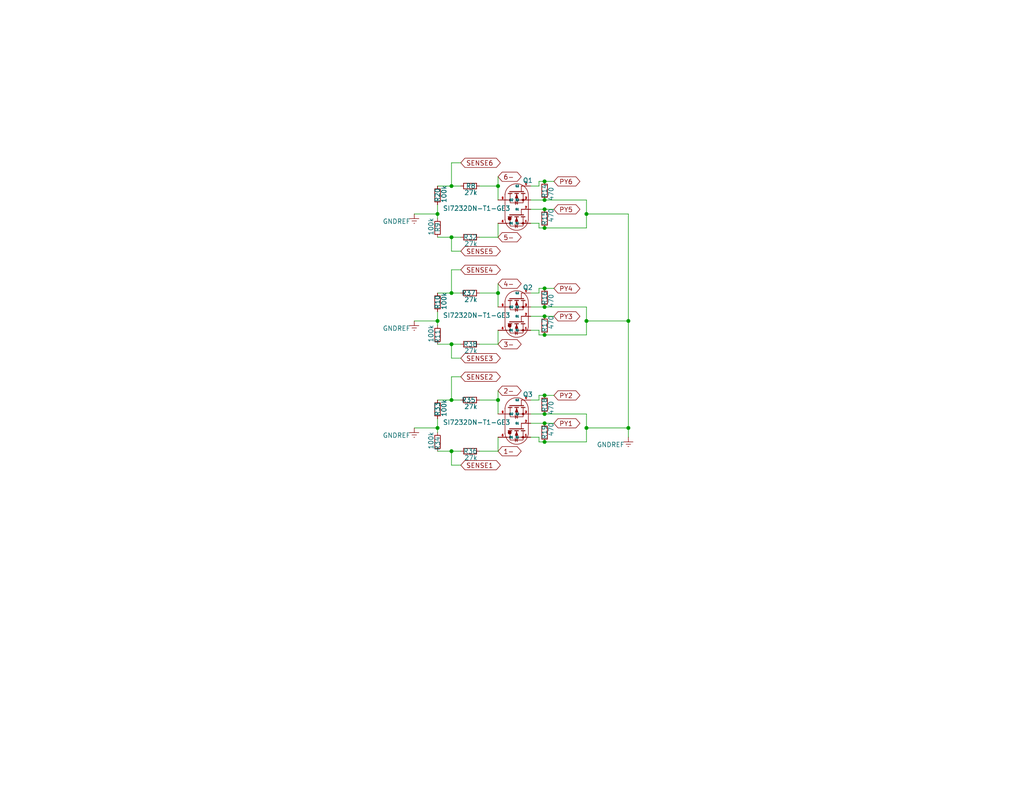
<source format=kicad_sch>
(kicad_sch (version 20250114) (generator "eeschema") (generator_version "9.0")
  (paper "USLetter")
  (title_block (title "WINTER Pyro Channels") (date "2025-08-28") (rev "4-Dev") (company "SparrowTheNerd"))
  (lib_symbols
    (symbol "Device:R_Small" (pin_numbers (hide yes)) (pin_names (offset 0.254) (hide yes))
      (property "Reference" "R" (at 0 0 90))
      (property "Value" "R_Small" (at 1.778 0 90))
      (symbol "R_Small_0_1"
        (rectangle (start -0.762 1.778) (end 0.762 -1.778) (stroke (width 0.2032)))
      )
      (symbol "R_Small_1_1"
        (pin passive line (at 0 2.54 270) (length 0.762) (name "~") (number "1"))
        (pin passive line (at 0 -2.54 90) (length 0.762) (name "~") (number "2"))
      )
    )
    (symbol "WINTER_components:SI7232DN-T1-GE3"
      (property "Reference" "Q" (at 4.064 5.334 0))
      (symbol "SI7232DN-T1-GE3_0_1"
        (polyline (pts (xy -0.7591 4.2105) (xy -0.3781 3.5755) (xy -1.1401 3.5755) (xy -0.7591 4.2105)))
        (polyline (pts (xy -0.2511 4.3375) (xy -0.3781 4.2105) (xy -1.1401 4.2105) (xy -1.2671 4.0835)))
        (polyline (pts (xy 0.0001 6.2634) (xy 0.0001 5.5014)))
        (circle (center 0.0029 5.6075) (radius 0.254) (fill (type outline)))
        (circle (center 0.0029 2.0515) (radius 0.254) (fill (type outline)))
        (polyline (pts (xy 0.0029 1.2895) (xy 0.0029 3.8295) (xy 1.7809 3.8295)))
        (arc (start 1.27 5.715) (mid 1.27 5.715) (end 1.27 5.715) (stroke (width 1)))
        (arc (start 1.0229 0.635) (mid -1.9146 3.81) (end 1.0229 6.985))
        (polyline (pts (xy 1.5269 3.8295) (xy 0.5109 4.2105) (xy 0.5109 3.4485) (xy 1.5269 3.8295)) (fill (type outline)))
        (polyline (pts (xy 1.7809 6.1155) (xy 1.7809 5.0995)) (stroke (width 0.254)))
        (polyline (pts (xy 1.7809 4.3375) (xy 1.7809 3.3215)) (stroke (width 0.254)))
        (polyline (pts (xy 1.7809 2.5595) (xy 1.7809 1.5435)) (stroke (width 0.254)))
        (polyline (pts (xy 1.7809 2.0515) (xy -0.7591 2.0515) (xy -0.7591 5.6075) (xy 1.7809 5.6075)))
        (polyline (pts (xy 2.2889 5.7345) (xy 2.2889 1.9245)) (stroke (width 0.254)))
        (polyline (pts (xy 2.3705 2.54) (xy 3.81 2.54)))
        (polyline (pts (xy 5.588 4.191) (xy 5.969 3.556) (xy 5.207 3.556) (xy 5.588 4.191)))
        (polyline (pts (xy 6.096 4.318) (xy 5.969 4.191) (xy 5.207 4.191) (xy 5.08 4.064)))
        (polyline (pts (xy 6.35 6.35) (xy 6.35 5.588)))
        (circle (center 6.35 5.588) (radius 0.254) (fill (type outline)))
        (circle (center 6.35 2.032) (radius 0.254) (fill (type outline)))
        (polyline (pts (xy 6.35 1.27) (xy 6.35 3.81) (xy 8.128 3.81)))
        (arc (start 7.8671 6.985) (mid 10.8046 3.81) (end 7.8671 0.635))
        (polyline (pts (xy 7.8309 0.6297) (xy 0.9347 0.6297)))
        (polyline (pts (xy 7.874 3.81) (xy 6.858 4.191) (xy 6.858 3.429) (xy 7.874 3.81)) (fill (type outline)))
        (polyline (pts (xy 7.8916 6.9872) (xy 0.9954 6.9872)))
        (polyline (pts (xy 8.128 6.096) (xy 8.128 5.08)) (stroke (width 0.254)))
        (polyline (pts (xy 8.128 4.318) (xy 8.128 3.302)) (stroke (width 0.254)))
        (polyline (pts (xy 8.128 2.54) (xy 8.128 1.524)) (stroke (width 0.254)))
        (polyline (pts (xy 8.128 2.032) (xy 5.588 2.032) (xy 5.588 5.588) (xy 8.128 5.588)))
        (polyline (pts (xy 8.636 5.715) (xy 8.636 1.905)) (stroke (width 0.254)))
        (polyline (pts (xy 8.6953 2.5401) (xy 10.16 2.54)))
      )
      (symbol "SI7232DN-T1-GE3_1_1"
        (pin passive line (at 0 8.89 270) (length 2.54) (name "D1") (number "6"))
        (pin passive line (at 0 0 90) (length 2.54) (name "S1") (number "1"))
        (pin passive line (at 3.81 0 90) (length 2.54) (name "G1") (number "2"))
        (pin passive line (at 6.35 8.89 270) (length 2.54) (name "D2") (number "5"))
        (pin passive line (at 6.35 0 90) (length 2.54) (name "S2") (number "3"))
        (pin passive line (at 10.16 0 90) (length 2.54) (name "G2") (number "4"))
      )
    )
    (symbol "power:GNDREF" (power) (pin_numbers (hide yes)) (pin_names (offset 0) (hide yes))
      (property "Value" "GNDREF" (at 0 -3.81 0))
      (symbol "GNDREF_0_1"
        (polyline (pts (xy -0.635 -1.905) (xy 0.635 -1.905)))
        (polyline (pts (xy -0.127 -2.54) (xy 0.127 -2.54)))
        (polyline (pts (xy 0 -1.27) (xy 0 0)))
        (polyline (pts (xy 1.27 -1.27) (xy -1.27 -1.27)))
      )
      (symbol "GNDREF_1_1"
        (pin power_in line (at 0 0 270) (length 0) (name "~") (number "1"))
      )
    )
  )
  (junction (at 148.59 113.03))
  (junction (at 148.59 49.53))
  (junction (at 148.59 120.65))
  (junction (at 123.19 93.98))
  (junction (at 160.02 116.84))
  (junction (at 171.45 87.63))
  (junction (at 171.45 116.84))
  (junction (at 160.02 58.42))
  (junction (at 119.38 116.84))
  (junction (at 148.59 57.15))
  (junction (at 148.59 86.36))
  (junction (at 135.89 109.22))
  (junction (at 148.59 83.82))
  (junction (at 123.19 64.77))
  (junction (at 119.38 87.63))
  (junction (at 148.59 54.61))
  (junction (at 148.59 62.23))
  (junction (at 123.19 80.01))
  (junction (at 123.19 109.22))
  (junction (at 123.19 50.8))
  (junction (at 148.59 107.95))
  (junction (at 148.59 91.44))
  (junction (at 160.02 87.63))
  (junction (at 119.38 58.42))
  (junction (at 148.59 115.57))
  (junction (at 148.59 78.74))
  (junction (at 123.19 123.19))
  (junction (at 135.89 50.8))
  (junction (at 135.89 80.01))
  (wire (pts (xy 144.78 54.61) (xy 148.59 54.61)))
  (wire (pts (xy 135.89 50.8) (xy 135.89 54.61)))
  (wire (pts (xy 130.81 123.19) (xy 135.89 123.19)))
  (wire (pts (xy 147.066 119.38) (xy 147.066 120.65)))
  (wire (pts (xy 147.066 109.22) (xy 147.066 107.95)))
  (wire (pts (xy 171.45 116.84) (xy 160.02 116.84)))
  (wire (pts (xy 135.89 106.68) (xy 135.89 109.22)))
  (wire (pts (xy 123.19 68.58) (xy 123.19 64.77)))
  (wire (pts (xy 144.78 119.38) (xy 147.066 119.38)))
  (wire (pts (xy 147.066 62.23) (xy 148.59 62.23)))
  (wire (pts (xy 119.38 87.63) (xy 113.03 87.63)))
  (wire (pts (xy 148.59 54.61) (xy 160.02 54.61)))
  (wire (pts (xy 123.19 50.8) (xy 125.73 50.8)))
  (wire (pts (xy 119.38 116.84) (xy 119.38 118.11)))
  (wire (pts (xy 135.89 48.26) (xy 135.89 50.8)))
  (wire (pts (xy 147.066 49.53) (xy 148.59 49.53)))
  (wire (pts (xy 130.81 50.8) (xy 135.89 50.8)))
  (wire (pts (xy 147.066 107.95) (xy 148.59 107.95)))
  (wire (pts (xy 171.45 87.63) (xy 171.45 116.84)))
  (wire (pts (xy 119.38 93.98) (xy 123.19 93.98)))
  (wire (pts (xy 130.81 80.01) (xy 135.89 80.01)))
  (wire (pts (xy 119.38 85.09) (xy 119.38 87.63)))
  (wire (pts (xy 123.19 97.79) (xy 125.73 97.79)))
  (wire (pts (xy 144.78 83.82) (xy 148.59 83.82)))
  (wire (pts (xy 123.19 127) (xy 125.73 127)))
  (wire (pts (xy 119.38 80.01) (xy 123.19 80.01)))
  (wire (pts (xy 144.78 113.03) (xy 148.59 113.03)))
  (wire (pts (xy 171.45 58.42) (xy 171.45 87.63)))
  (wire (pts (xy 135.89 60.96) (xy 135.89 64.77)))
  (wire (pts (xy 135.89 109.22) (xy 135.89 113.03)))
  (wire (pts (xy 144.78 57.15) (xy 148.59 57.15)))
  (wire (pts (xy 147.066 120.65) (xy 148.59 120.65)))
  (wire (pts (xy 119.38 114.3) (xy 119.38 116.84)))
  (wire (pts (xy 144.78 80.01) (xy 147.066 80.01)))
  (wire (pts (xy 160.02 113.03) (xy 160.02 116.84)))
  (wire (pts (xy 171.45 58.42) (xy 160.02 58.42)))
  (wire (pts (xy 123.19 109.22) (xy 125.73 109.22)))
  (wire (pts (xy 148.59 62.23) (xy 160.02 62.23)))
  (wire (pts (xy 119.38 116.84) (xy 113.03 116.84)))
  (wire (pts (xy 144.78 90.17) (xy 147.066 90.17)))
  (wire (pts (xy 123.19 44.45) (xy 123.19 50.8)))
  (wire (pts (xy 148.59 115.57) (xy 151.13 115.57)))
  (wire (pts (xy 123.19 93.98) (xy 125.73 93.98)))
  (wire (pts (xy 135.89 90.17) (xy 135.89 93.98)))
  (wire (pts (xy 148.59 91.44) (xy 160.02 91.44)))
  (wire (pts (xy 148.59 49.53) (xy 151.13 49.53)))
  (wire (pts (xy 123.19 102.87) (xy 125.73 102.87)))
  (wire (pts (xy 135.89 77.47) (xy 135.89 80.01)))
  (wire (pts (xy 144.78 115.57) (xy 148.59 115.57)))
  (wire (pts (xy 135.89 80.01) (xy 135.89 83.82)))
  (wire (pts (xy 147.066 80.01) (xy 147.066 78.74)))
  (wire (pts (xy 148.59 83.82) (xy 160.02 83.82)))
  (wire (pts (xy 160.02 87.63) (xy 160.02 91.44)))
  (wire (pts (xy 119.38 109.22) (xy 123.19 109.22)))
  (wire (pts (xy 123.19 80.01) (xy 125.73 80.01)))
  (wire (pts (xy 160.02 83.82) (xy 160.02 87.63)))
  (wire (pts (xy 130.81 109.22) (xy 135.89 109.22)))
  (wire (pts (xy 130.81 64.77) (xy 135.89 64.77)))
  (wire (pts (xy 147.066 60.96) (xy 147.066 62.23)))
  (wire (pts (xy 123.19 102.87) (xy 123.19 109.22)))
  (wire (pts (xy 147.066 90.17) (xy 147.066 91.44)))
  (wire (pts (xy 123.19 44.45) (xy 125.73 44.45)))
  (wire (pts (xy 144.78 86.36) (xy 148.59 86.36)))
  (wire (pts (xy 148.59 86.36) (xy 151.13 86.36)))
  (wire (pts (xy 160.02 58.42) (xy 160.02 62.23)))
  (wire (pts (xy 123.19 127) (xy 123.19 123.19)))
  (wire (pts (xy 144.78 109.22) (xy 147.066 109.22)))
  (wire (pts (xy 171.45 87.63) (xy 160.02 87.63)))
  (wire (pts (xy 144.78 60.96) (xy 147.066 60.96)))
  (wire (pts (xy 119.38 64.77) (xy 123.19 64.77)))
  (wire (pts (xy 147.066 78.74) (xy 148.59 78.74)))
  (wire (pts (xy 123.19 123.19) (xy 125.73 123.19)))
  (wire (pts (xy 123.19 68.58) (xy 125.73 68.58)))
  (wire (pts (xy 147.066 50.8) (xy 147.066 49.53)))
  (wire (pts (xy 119.38 58.42) (xy 119.38 59.69)))
  (wire (pts (xy 119.38 123.19) (xy 123.19 123.19)))
  (wire (pts (xy 119.38 58.42) (xy 113.03 58.42)))
  (wire (pts (xy 123.19 73.66) (xy 125.73 73.66)))
  (wire (pts (xy 123.19 97.79) (xy 123.19 93.98)))
  (wire (pts (xy 130.81 93.98) (xy 135.89 93.98)))
  (wire (pts (xy 119.38 50.8) (xy 123.19 50.8)))
  (wire (pts (xy 147.066 91.44) (xy 148.59 91.44)))
  (wire (pts (xy 148.59 113.03) (xy 160.02 113.03)))
  (wire (pts (xy 171.45 119.38) (xy 171.45 116.84)))
  (wire (pts (xy 160.02 116.84) (xy 160.02 120.65)))
  (wire (pts (xy 148.59 78.74) (xy 151.13 78.74)))
  (wire (pts (xy 148.59 120.65) (xy 160.02 120.65)))
  (wire (pts (xy 160.02 54.61) (xy 160.02 58.42)))
  (wire (pts (xy 148.59 57.15) (xy 151.13 57.15)))
  (wire (pts (xy 135.89 119.38) (xy 135.89 123.19)))
  (wire (pts (xy 119.38 87.63) (xy 119.38 88.9)))
  (wire (pts (xy 144.78 50.8) (xy 147.066 50.8)))
  (wire (pts (xy 123.19 64.77) (xy 125.73 64.77)))
  (wire (pts (xy 123.19 73.66) (xy 123.19 80.01)))
  (wire (pts (xy 119.38 55.88) (xy 119.38 58.42)))
  (wire (pts (xy 148.59 107.95) (xy 151.13 107.95)))
  (global_label "PY6" (shape bidirectional) (at 151.13 49.53 0) (property "Intersheetrefs" "${INTERSHEET_REFS}" (effects (hide yes))))
  (global_label "4-" (shape bidirectional) (at 135.89 77.47 0) (property "Intersheetrefs" "${INTERSHEET_REFS}" (effects (hide yes))))
  (global_label "5-" (shape bidirectional) (at 135.89 64.77 0) (property "Intersheetrefs" "${INTERSHEET_REFS}" (effects (hide yes))))
  (global_label "6-" (shape bidirectional) (at 135.89 48.26 0) (property "Intersheetrefs" "${INTERSHEET_REFS}" (effects (hide yes))))
  (global_label "PY5" (shape bidirectional) (at 151.13 57.15 0) (property "Intersheetrefs" "${INTERSHEET_REFS}" (effects (hide yes))))
  (global_label "SENSE5" (shape bidirectional) (at 125.73 68.58 0) (property "Intersheetrefs" "${INTERSHEET_REFS}" (effects (hide yes))))
  (global_label "1-" (shape bidirectional) (at 135.89 123.19 0) (property "Intersheetrefs" "${INTERSHEET_REFS}" (effects (hide yes))))
  (global_label "SENSE6" (shape bidirectional) (at 125.73 44.45 0) (property "Intersheetrefs" "${INTERSHEET_REFS}" (effects (hide yes))))
  (global_label "PY1" (shape bidirectional) (at 151.13 115.57 0) (property "Intersheetrefs" "${INTERSHEET_REFS}" (effects (hide yes))))
  (global_label "PY2" (shape bidirectional) (at 151.13 107.95 0) (property "Intersheetrefs" "${INTERSHEET_REFS}" (effects (hide yes))))
  (global_label "SENSE3" (shape bidirectional) (at 125.73 97.79 0) (property "Intersheetrefs" "${INTERSHEET_REFS}" (effects (hide yes))))
  (global_label "PY4" (shape bidirectional) (at 151.13 78.74 0) (property "Intersheetrefs" "${INTERSHEET_REFS}" (effects (hide yes))))
  (global_label "SENSE4" (shape bidirectional) (at 125.73 73.66 0) (property "Intersheetrefs" "${INTERSHEET_REFS}" (effects (hide yes))))
  (global_label "SENSE2" (shape bidirectional) (at 125.73 102.87 0) (property "Intersheetrefs" "${INTERSHEET_REFS}" (effects (hide yes))))
  (global_label "2-" (shape bidirectional) (at 135.89 106.68 0) (property "Intersheetrefs" "${INTERSHEET_REFS}" (effects (hide yes))))
  (global_label "PY3" (shape bidirectional) (at 151.13 86.36 0) (property "Intersheetrefs" "${INTERSHEET_REFS}" (effects (hide yes))))
  (global_label "3-" (shape bidirectional) (at 135.89 93.98 0) (property "Intersheetrefs" "${INTERSHEET_REFS}" (effects (hide yes))))
  (global_label "SENSE1" (shape bidirectional) (at 125.73 127 0) (property "Intersheetrefs" "${INTERSHEET_REFS}" (effects (hide yes))))
  (symbol (lib_id "Device:R_Small") (at 148.59 59.69 0) (mirror x) (unit 1)
    (property "Reference" "R15" (at 148.59 57.658 90) (effects (justify left)))
    (property "Value" "470" (at 150.368 56.896 90) (effects (justify left)))
    (property "Footprint" "Resistor_SMD:R_0603_1608Metric" (effects (hide yes)))
    (property "Description" "Resistor, small symbol" (effects (hide yes)))
    (property "Product ID" "RC0603JR-07470RL" (effects (hide yes)))
    (property "LCSC" "C23179" (effects (hide yes)))
  )
  (symbol (lib_id "Device:R_Small") (at 148.59 110.49 0) (unit 1)
    (property "Reference" "R18" (at 148.59 112.522 90) (effects (justify left)))
    (property "Value" "470" (at 150.368 113.284 90) (effects (justify left)))
    (property "Footprint" "Resistor_SMD:R_0603_1608Metric" (effects (hide yes)))
    (property "Description" "Resistor, small symbol" (effects (hide yes)))
    (property "Product ID" "RC0603JR-07470RL" (effects (hide yes)))
    (property "LCSC" "C23179" (effects (hide yes)))
  )
  (symbol (lib_id "WINTER_components:SI7232DN-T1-GE3") (at 144.78 60.96 90) (unit 1)
    (property "Reference" "Q1" (at 144.018 49.276 90))
    (property "Value" "SI7232DN-T1-GE3" (at 130.048 56.896 90))
    (property "Footprint" "WINTERfootprints:TRANS_SI7232DN-T1-GE3" (effects (hide yes)))
    (property "Product ID" "SI7232DN-T1-GE3" (effects (hide yes)))
    (property "LCSC" "C144854" (effects (hide yes)))
  )
  (symbol (lib_id "Device:R_Small") (at 148.59 88.9 0) (mirror x) (unit 1)
    (property "Reference" "R17" (at 148.59 86.868 90) (effects (justify left)))
    (property "Value" "470" (at 150.368 86.106 90) (effects (justify left)))
    (property "Footprint" "Resistor_SMD:R_0603_1608Metric" (effects (hide yes)))
    (property "Description" "Resistor, small symbol" (effects (hide yes)))
    (property "Product ID" "RC0603JR-07470RL" (effects (hide yes)))
    (property "LCSC" "C23179" (effects (hide yes)))
  )
  (symbol (lib_id "WINTER_components:SI7232DN-T1-GE3") (at 144.78 119.38 90) (unit 1)
    (property "Reference" "Q3" (at 144.018 107.696 90))
    (property "Value" "SI7232DN-T1-GE3" (at 130.048 115.316 90))
    (property "Footprint" "WINTERfootprints:TRANS_SI7232DN-T1-GE3" (effects (hide yes)))
    (property "Product ID" "SI7232DN-T1-GE3" (effects (hide yes)))
    (property "LCSC" "C144854" (effects (hide yes)))
  )
  (symbol (lib_id "Device:R_Small") (at 119.38 120.65 180) (unit 1)
    (property "Reference" "R34" (at 119.38 119.126 90) (effects (justify left)))
    (property "Value" "100k" (at 117.602 117.856 90) (effects (justify left)))
    (property "Footprint" "Resistor_SMD:R_0603_1608Metric" (effects (hide yes)))
    (property "Description" "Resistor, small symbol" (effects (hide yes)))
    (property "Product ID" "RMCF0603FT100K" (effects (hide yes)))
    (property "LCSC" "C25803" (effects (hide yes)))
  )
  (symbol (lib_id "Device:R_Small") (at 119.38 53.34 180) (unit 1)
    (property "Reference" "R20" (at 119.38 51.308 90) (effects (justify left)))
    (property "Value" "100k" (at 121.158 50.546 90) (effects (justify left)))
    (property "Footprint" "Resistor_SMD:R_0603_1608Metric" (effects (hide yes)))
    (property "Description" "Resistor, small symbol" (effects (hide yes)))
    (property "Product ID" "RMCF0603FT100K" (effects (hide yes)))
    (property "LCSC" "C25803" (effects (hide yes)))
  )
  (symbol (lib_id "Device:R_Small") (at 148.59 81.28 0) (unit 1)
    (property "Reference" "R16" (at 148.59 83.312 90) (effects (justify left)))
    (property "Value" "470" (at 150.368 84.074 90) (effects (justify left)))
    (property "Footprint" "Resistor_SMD:R_0603_1608Metric" (effects (hide yes)))
    (property "Description" "Resistor, small symbol" (effects (hide yes)))
    (property "Product ID" "RC0603JR-07470RL" (effects (hide yes)))
    (property "LCSC" "C23179" (effects (hide yes)))
  )
  (symbol (lib_id "Device:R_Small") (at 128.27 109.22 90) (unit 1)
    (property "Reference" "R35" (at 129.794 109.22 90) (effects (justify left)))
    (property "Value" "27k" (at 130.302 110.998 90) (effects (justify left)))
    (property "Footprint" "Resistor_SMD:R_0603_1608Metric" (effects (hide yes)))
    (property "Description" "Resistor, small symbol" (effects (hide yes)))
    (property "Product ID" "RMCF0603JT27K0" (effects (hide yes)))
    (property "LCSC" "C22967" (effects (hide yes)))
  )
  (symbol (lib_id "power:GNDREF") (at 113.03 87.63 0) (mirror y) (unit 1)
    (property "Reference" "#PWR05" (effects (hide yes)))
    (property "Value" "GNDREF" (at 108.204 89.662 0))
    (property "Description" "Power symbol creates a global label with name \"GNDREF\" , reference supply ground" (effects (hide yes)))
  )
  (symbol (lib_id "Device:R_Small") (at 128.27 64.77 90) (unit 1)
    (property "Reference" "R32" (at 130.302 64.77 90) (effects (justify left)))
    (property "Value" "27k" (at 130.302 66.548 90) (effects (justify left)))
    (property "Footprint" "Resistor_SMD:R_0603_1608Metric" (effects (hide yes)))
    (property "Description" "Resistor, small symbol" (effects (hide yes)))
    (property "Product ID" "RMCF0603JT27K0" (effects (hide yes)))
    (property "LCSC" "C22967" (effects (hide yes)))
  )
  (symbol (lib_id "power:GNDREF") (at 113.03 58.42 0) (mirror y) (unit 1)
    (property "Reference" "#PWR0126" (effects (hide yes)))
    (property "Value" "GNDREF" (at 108.204 60.452 0))
    (property "Description" "Power symbol creates a global label with name \"GNDREF\" , reference supply ground" (effects (hide yes)))
  )
  (symbol (lib_id "Device:R_Small") (at 128.27 93.98 90) (unit 1)
    (property "Reference" "R38" (at 130.302 93.98 90) (effects (justify left)))
    (property "Value" "27k" (at 130.302 95.758 90) (effects (justify left)))
    (property "Footprint" "Resistor_SMD:R_0603_1608Metric" (effects (hide yes)))
    (property "Description" "Resistor, small symbol" (effects (hide yes)))
    (property "Product ID" "RMCF0603JT27K0" (effects (hide yes)))
    (property "LCSC" "C22967" (effects (hide yes)))
  )
  (symbol (lib_id "Device:R_Small") (at 148.59 52.07 0) (unit 1)
    (property "Reference" "R14" (at 148.59 54.102 90) (effects (justify left)))
    (property "Value" "470" (at 150.368 54.864 90) (effects (justify left)))
    (property "Footprint" "Resistor_SMD:R_0603_1608Metric" (effects (hide yes)))
    (property "Description" "Resistor, small symbol" (effects (hide yes)))
    (property "Product ID" "RC0603JR-07470RL" (effects (hide yes)))
    (property "LCSC" "C23179" (effects (hide yes)))
  )
  (symbol (lib_id "Device:R_Small") (at 128.27 80.01 90) (unit 1)
    (property "Reference" "R37" (at 129.794 80.01 90) (effects (justify left)))
    (property "Value" "27k" (at 130.302 81.788 90) (effects (justify left)))
    (property "Footprint" "Resistor_SMD:R_0603_1608Metric" (effects (hide yes)))
    (property "Description" "Resistor, small symbol" (effects (hide yes)))
    (property "Product ID" "RMCF0603JT27K0" (effects (hide yes)))
    (property "LCSC" "C22967" (effects (hide yes)))
  )
  (symbol (lib_id "Device:R_Small") (at 119.38 91.44 180) (unit 1)
    (property "Reference" "R11" (at 119.38 89.916 90) (effects (justify left)))
    (property "Value" "100k" (at 117.602 88.646 90) (effects (justify left)))
    (property "Footprint" "Resistor_SMD:R_0603_1608Metric" (effects (hide yes)))
    (property "Description" "Resistor, small symbol" (effects (hide yes)))
    (property "Product ID" "RMCF0603FT100K" (effects (hide yes)))
    (property "LCSC" "C25803" (effects (hide yes)))
  )
  (symbol (lib_id "Device:R_Small") (at 128.27 50.8 90) (unit 1)
    (property "Reference" "R8" (at 129.794 50.8 90) (effects (justify left)))
    (property "Value" "27k" (at 130.302 52.578 90) (effects (justify left)))
    (property "Footprint" "Resistor_SMD:R_0603_1608Metric" (effects (hide yes)))
    (property "Description" "Resistor, small symbol" (effects (hide yes)))
    (property "Product ID" "RMCF0603JT27K0" (effects (hide yes)))
    (property "LCSC" "C22967" (effects (hide yes)))
  )
  (symbol (lib_id "WINTER_components:SI7232DN-T1-GE3") (at 144.78 90.17 90) (unit 1)
    (property "Reference" "Q2" (at 144.018 78.486 90))
    (property "Value" "SI7232DN-T1-GE3" (at 130.048 86.106 90))
    (property "Footprint" "WINTERfootprints:TRANS_SI7232DN-T1-GE3" (effects (hide yes)))
    (property "Product ID" "SI7232DN-T1-GE3" (effects (hide yes)))
    (property "LCSC" "C144854" (effects (hide yes)))
  )
  (symbol (lib_id "Device:R_Small") (at 119.38 111.76 180) (unit 1)
    (property "Reference" "R33" (at 119.38 109.728 90) (effects (justify left)))
    (property "Value" "100k" (at 121.158 108.966 90) (effects (justify left)))
    (property "Footprint" "Resistor_SMD:R_0603_1608Metric" (effects (hide yes)))
    (property "Description" "Resistor, small symbol" (effects (hide yes)))
    (property "Product ID" "RMCF0603FT100K" (effects (hide yes)))
    (property "LCSC" "C25803" (effects (hide yes)))
  )
  (symbol (lib_id "Device:R_Small") (at 119.38 82.55 180) (unit 1)
    (property "Reference" "R10" (at 119.38 80.518 90) (effects (justify left)))
    (property "Value" "100k" (at 121.158 79.756 90) (effects (justify left)))
    (property "Footprint" "Resistor_SMD:R_0603_1608Metric" (effects (hide yes)))
    (property "Description" "Resistor, small symbol" (effects (hide yes)))
    (property "Product ID" "RMCF0603FT100K" (effects (hide yes)))
    (property "LCSC" "C25803" (effects (hide yes)))
  )
  (symbol (lib_id "Device:R_Small") (at 119.38 62.23 180) (unit 1)
    (property "Reference" "R9" (at 119.38 60.706 90) (effects (justify left)))
    (property "Value" "100k" (at 117.602 59.436 90) (effects (justify left)))
    (property "Footprint" "Resistor_SMD:R_0603_1608Metric" (effects (hide yes)))
    (property "Description" "Resistor, small symbol" (effects (hide yes)))
    (property "Product ID" "RMCF0603FT100K" (effects (hide yes)))
    (property "LCSC" "C25803" (effects (hide yes)))
  )
  (symbol (lib_id "Device:R_Small") (at 148.59 118.11 0) (mirror x) (unit 1)
    (property "Reference" "R19" (at 148.59 116.078 90) (effects (justify left)))
    (property "Value" "470" (at 150.368 115.316 90) (effects (justify left)))
    (property "Footprint" "Resistor_SMD:R_0603_1608Metric" (effects (hide yes)))
    (property "Description" "Resistor, small symbol" (effects (hide yes)))
    (property "Product ID" "RC0603JR-07470RL" (effects (hide yes)))
    (property "LCSC" "C23179" (effects (hide yes)))
  )
  (symbol (lib_id "power:GNDREF") (at 113.03 116.84 0) (mirror y) (unit 1)
    (property "Reference" "#PWR04" (effects (hide yes)))
    (property "Value" "GNDREF" (at 108.204 118.872 0))
    (property "Description" "Power symbol creates a global label with name \"GNDREF\" , reference supply ground" (effects (hide yes)))
  )
  (symbol (lib_id "Device:R_Small") (at 128.27 123.19 90) (unit 1)
    (property "Reference" "R36" (at 130.302 123.19 90) (effects (justify left)))
    (property "Value" "27k" (at 130.302 124.968 90) (effects (justify left)))
    (property "Footprint" "Resistor_SMD:R_0603_1608Metric" (effects (hide yes)))
    (property "Description" "Resistor, small symbol" (effects (hide yes)))
    (property "Product ID" "RMCF0603JT27K0" (effects (hide yes)))
    (property "LCSC" "C22967" (effects (hide yes)))
  )
  (symbol (lib_id "power:GNDREF") (at 171.45 119.38 0) (mirror y) (unit 1)
    (property "Reference" "#PWR03" (effects (hide yes)))
    (property "Value" "GNDREF" (at 166.624 121.412 0))
    (property "Description" "Power symbol creates a global label with name \"GNDREF\" , reference supply ground" (effects (hide yes)))
  )
)
</source>
